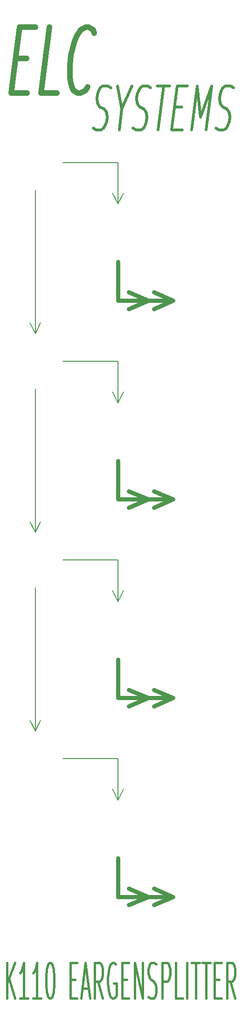
<source format=gbr>
%TF.GenerationSoftware,KiCad,Pcbnew,(5.1.10)-1*%
%TF.CreationDate,2022-04-21T20:00:25-04:00*%
%TF.ProjectId,eargenpanel,65617267-656e-4706-916e-656c2e6b6963,rev?*%
%TF.SameCoordinates,Original*%
%TF.FileFunction,Legend,Top*%
%TF.FilePolarity,Positive*%
%FSLAX46Y46*%
G04 Gerber Fmt 4.6, Leading zero omitted, Abs format (unit mm)*
G04 Created by KiCad (PCBNEW (5.1.10)-1) date 2022-04-21 20:00:25*
%MOMM*%
%LPD*%
G01*
G04 APERTURE LIST*
%ADD10C,0.400000*%
%ADD11C,0.500000*%
%ADD12C,1.000000*%
%ADD13C,0.800000*%
%ADD14C,0.180000*%
G04 APERTURE END LIST*
D10*
X74345238Y-204440476D02*
X74345238Y-197940476D01*
X75773809Y-204440476D02*
X74702380Y-200726190D01*
X75773809Y-197940476D02*
X74345238Y-201654761D01*
X78154761Y-204440476D02*
X76726190Y-204440476D01*
X77440476Y-204440476D02*
X77440476Y-197940476D01*
X77202380Y-198869047D01*
X76964285Y-199488095D01*
X76726190Y-199797619D01*
X80535714Y-204440476D02*
X79107142Y-204440476D01*
X79821428Y-204440476D02*
X79821428Y-197940476D01*
X79583333Y-198869047D01*
X79345238Y-199488095D01*
X79107142Y-199797619D01*
X82083333Y-197940476D02*
X82321428Y-197940476D01*
X82559523Y-198250000D01*
X82678571Y-198559523D01*
X82797619Y-199178571D01*
X82916666Y-200416666D01*
X82916666Y-201964285D01*
X82797619Y-203202380D01*
X82678571Y-203821428D01*
X82559523Y-204130952D01*
X82321428Y-204440476D01*
X82083333Y-204440476D01*
X81845238Y-204130952D01*
X81726190Y-203821428D01*
X81607142Y-203202380D01*
X81488095Y-201964285D01*
X81488095Y-200416666D01*
X81607142Y-199178571D01*
X81726190Y-198559523D01*
X81845238Y-198250000D01*
X82083333Y-197940476D01*
X85892857Y-201035714D02*
X86726190Y-201035714D01*
X87083333Y-204440476D02*
X85892857Y-204440476D01*
X85892857Y-197940476D01*
X87083333Y-197940476D01*
X88035714Y-202583333D02*
X89226190Y-202583333D01*
X87797619Y-204440476D02*
X88630952Y-197940476D01*
X89464285Y-204440476D01*
X91726190Y-204440476D02*
X90892857Y-201345238D01*
X90297619Y-204440476D02*
X90297619Y-197940476D01*
X91250000Y-197940476D01*
X91488095Y-198250000D01*
X91607142Y-198559523D01*
X91726190Y-199178571D01*
X91726190Y-200107142D01*
X91607142Y-200726190D01*
X91488095Y-201035714D01*
X91250000Y-201345238D01*
X90297619Y-201345238D01*
X94107142Y-198250000D02*
X93869047Y-197940476D01*
X93511904Y-197940476D01*
X93154761Y-198250000D01*
X92916666Y-198869047D01*
X92797619Y-199488095D01*
X92678571Y-200726190D01*
X92678571Y-201654761D01*
X92797619Y-202892857D01*
X92916666Y-203511904D01*
X93154761Y-204130952D01*
X93511904Y-204440476D01*
X93750000Y-204440476D01*
X94107142Y-204130952D01*
X94226190Y-203821428D01*
X94226190Y-201654761D01*
X93750000Y-201654761D01*
X95297619Y-201035714D02*
X96130952Y-201035714D01*
X96488095Y-204440476D02*
X95297619Y-204440476D01*
X95297619Y-197940476D01*
X96488095Y-197940476D01*
X97559523Y-204440476D02*
X97559523Y-197940476D01*
X98988095Y-204440476D01*
X98988095Y-197940476D01*
X100059523Y-204130952D02*
X100416666Y-204440476D01*
X101011904Y-204440476D01*
X101250000Y-204130952D01*
X101369047Y-203821428D01*
X101488095Y-203202380D01*
X101488095Y-202583333D01*
X101369047Y-201964285D01*
X101250000Y-201654761D01*
X101011904Y-201345238D01*
X100535714Y-201035714D01*
X100297619Y-200726190D01*
X100178571Y-200416666D01*
X100059523Y-199797619D01*
X100059523Y-199178571D01*
X100178571Y-198559523D01*
X100297619Y-198250000D01*
X100535714Y-197940476D01*
X101130952Y-197940476D01*
X101488095Y-198250000D01*
X102559523Y-204440476D02*
X102559523Y-197940476D01*
X103511904Y-197940476D01*
X103750000Y-198250000D01*
X103869047Y-198559523D01*
X103988095Y-199178571D01*
X103988095Y-200107142D01*
X103869047Y-200726190D01*
X103750000Y-201035714D01*
X103511904Y-201345238D01*
X102559523Y-201345238D01*
X106250000Y-204440476D02*
X105059523Y-204440476D01*
X105059523Y-197940476D01*
X107083333Y-204440476D02*
X107083333Y-197940476D01*
X107916666Y-197940476D02*
X109345238Y-197940476D01*
X108630952Y-204440476D02*
X108630952Y-197940476D01*
X109821428Y-197940476D02*
X111250000Y-197940476D01*
X110535714Y-204440476D02*
X110535714Y-197940476D01*
X112083333Y-201035714D02*
X112916666Y-201035714D01*
X113273809Y-204440476D02*
X112083333Y-204440476D01*
X112083333Y-197940476D01*
X113273809Y-197940476D01*
X115773809Y-204440476D02*
X114940476Y-201345238D01*
X114345238Y-204440476D02*
X114345238Y-197940476D01*
X115297619Y-197940476D01*
X115535714Y-198250000D01*
X115654761Y-198559523D01*
X115773809Y-199178571D01*
X115773809Y-200107142D01*
X115654761Y-200726190D01*
X115535714Y-201035714D01*
X115297619Y-201345238D01*
X114345238Y-201345238D01*
D11*
X90018898Y-46738095D02*
X90542708Y-47119047D01*
X91495089Y-47119047D01*
X91923660Y-46738095D01*
X92161755Y-46357142D01*
X92447470Y-45595238D01*
X92542708Y-44833333D01*
X92447470Y-44071428D01*
X92304613Y-43690476D01*
X91971279Y-43309523D01*
X91256994Y-42928571D01*
X90923660Y-42547619D01*
X90780803Y-42166666D01*
X90685565Y-41404761D01*
X90780803Y-40642857D01*
X91066517Y-39880952D01*
X91304613Y-39500000D01*
X91733184Y-39119047D01*
X92685565Y-39119047D01*
X93209375Y-39500000D01*
X95209375Y-43309523D02*
X94733184Y-47119047D01*
X94399851Y-39119047D02*
X95209375Y-43309523D01*
X97066517Y-39119047D01*
X97256994Y-46738095D02*
X97780803Y-47119047D01*
X98733184Y-47119047D01*
X99161755Y-46738095D01*
X99399851Y-46357142D01*
X99685565Y-45595238D01*
X99780803Y-44833333D01*
X99685565Y-44071428D01*
X99542708Y-43690476D01*
X99209375Y-43309523D01*
X98495089Y-42928571D01*
X98161755Y-42547619D01*
X98018898Y-42166666D01*
X97923660Y-41404761D01*
X98018898Y-40642857D01*
X98304613Y-39880952D01*
X98542708Y-39500000D01*
X98971279Y-39119047D01*
X99923660Y-39119047D01*
X100447470Y-39500000D01*
X101637946Y-39119047D02*
X103923660Y-39119047D01*
X101780803Y-47119047D02*
X102780803Y-39119047D01*
X104780803Y-42928571D02*
X106114136Y-42928571D01*
X106161755Y-47119047D02*
X104256994Y-47119047D01*
X105256994Y-39119047D01*
X107161755Y-39119047D01*
X107876041Y-47119047D02*
X108876041Y-39119047D01*
X109495089Y-44833333D01*
X111542708Y-39119047D01*
X110542708Y-47119047D01*
X112304613Y-46738095D02*
X112828422Y-47119047D01*
X113780803Y-47119047D01*
X114209375Y-46738095D01*
X114447470Y-46357142D01*
X114733184Y-45595238D01*
X114828422Y-44833333D01*
X114733184Y-44071428D01*
X114590327Y-43690476D01*
X114256994Y-43309523D01*
X113542708Y-42928571D01*
X113209375Y-42547619D01*
X113066517Y-42166666D01*
X112971279Y-41404761D01*
X113066517Y-40642857D01*
X113352232Y-39880952D01*
X113590327Y-39500000D01*
X114018898Y-39119047D01*
X114971279Y-39119047D01*
X115495089Y-39500000D01*
D12*
X75936607Y-34142857D02*
X77936607Y-34142857D01*
X78008035Y-40428571D02*
X75150892Y-40428571D01*
X76650892Y-28428571D01*
X79508035Y-28428571D01*
X83436607Y-40428571D02*
X80579464Y-40428571D01*
X82079464Y-28428571D01*
X89008035Y-39285714D02*
X88650892Y-39857142D01*
X87722321Y-40428571D01*
X87150892Y-40428571D01*
X86365178Y-39857142D01*
X85936607Y-38714285D01*
X85793750Y-37571428D01*
X85793750Y-35285714D01*
X86008035Y-33571428D01*
X86579464Y-31285714D01*
X87008035Y-30142857D01*
X87722321Y-29000000D01*
X88650892Y-28428571D01*
X89222321Y-28428571D01*
X90008035Y-29000000D01*
X90222321Y-29571428D01*
D13*
X100000000Y-186000000D02*
X96500000Y-187500000D01*
X100000000Y-186000000D02*
X96500000Y-184500000D01*
X100000000Y-150000000D02*
X96500000Y-151500000D01*
X100000000Y-150000000D02*
X96500000Y-148500000D01*
X100000000Y-114000000D02*
X96500000Y-115500000D01*
X100000000Y-114000000D02*
X96500000Y-112500000D01*
X100000000Y-78000000D02*
X96500000Y-79500000D01*
X100000000Y-78000000D02*
X96500000Y-76500000D01*
D14*
X79500000Y-130000000D02*
X79500000Y-156000000D01*
X79500000Y-156000000D02*
X78500000Y-154000000D01*
X79500000Y-156000000D02*
X80500000Y-154000000D01*
X79500000Y-94000000D02*
X79500000Y-120000000D01*
X79500000Y-120000000D02*
X78500000Y-118000000D01*
X79500000Y-120000000D02*
X80500000Y-118000000D01*
X79500000Y-84000000D02*
X78500000Y-82000000D01*
X79500000Y-84000000D02*
X80500000Y-82000000D01*
X79500000Y-58000000D02*
X79500000Y-84000000D01*
D13*
X104500000Y-186000000D02*
X101000000Y-187500000D01*
X104500000Y-186000000D02*
X101000000Y-184500000D01*
X94500000Y-186000000D02*
X104500000Y-186000000D01*
X94500000Y-179000000D02*
X94500000Y-186000000D01*
X104500000Y-150000000D02*
X101000000Y-151500000D01*
X104500000Y-150000000D02*
X101000000Y-148500000D01*
X94500000Y-150000000D02*
X104500000Y-150000000D01*
X94500000Y-143000000D02*
X94500000Y-150000000D01*
X104500000Y-114000000D02*
X101000000Y-115500000D01*
X104500000Y-114000000D02*
X101000000Y-112500000D01*
X94500000Y-114000000D02*
X104500000Y-114000000D01*
X94500000Y-107000000D02*
X94500000Y-114000000D01*
D14*
X94500000Y-161000000D02*
X94500000Y-168500000D01*
X84500000Y-161000000D02*
X94500000Y-161000000D01*
X94500000Y-168500000D02*
X95500000Y-166500000D01*
X94500000Y-168500000D02*
X93500000Y-166500000D01*
X94500000Y-125000000D02*
X94500000Y-132500000D01*
X84500000Y-125000000D02*
X94500000Y-125000000D01*
X94500000Y-132500000D02*
X95500000Y-130500000D01*
X94500000Y-132500000D02*
X93500000Y-130500000D01*
X94500000Y-89000000D02*
X94500000Y-96500000D01*
X84500000Y-89000000D02*
X94500000Y-89000000D01*
X94500000Y-96500000D02*
X95500000Y-94500000D01*
X94500000Y-96500000D02*
X93500000Y-94500000D01*
D13*
X104500000Y-78000000D02*
X101000000Y-76500000D01*
X104500000Y-78000000D02*
X101000000Y-79500000D01*
X94500000Y-78000000D02*
X104500000Y-78000000D01*
X94500000Y-71000000D02*
X94500000Y-78000000D01*
D14*
X94500000Y-60500000D02*
X93500000Y-58500000D01*
X94500000Y-60500000D02*
X95500000Y-58500000D01*
X94500000Y-53000000D02*
X94500000Y-60500000D01*
X84500000Y-53000000D02*
X94500000Y-53000000D01*
M02*

</source>
